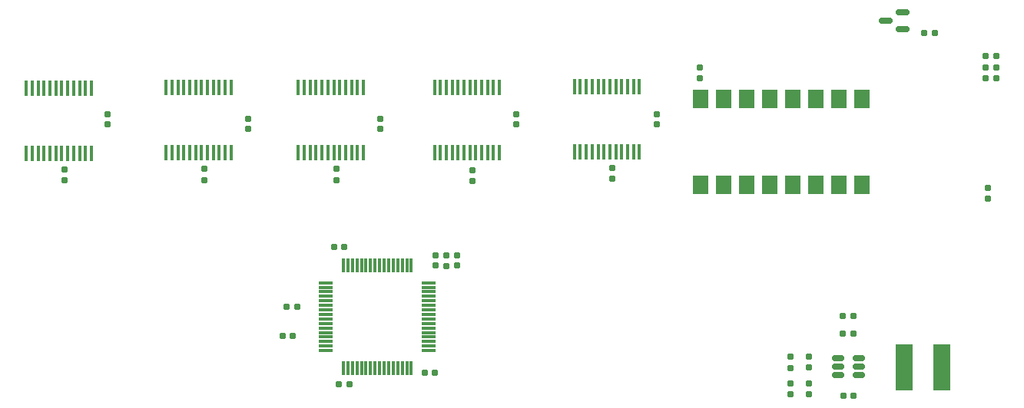
<source format=gbr>
%TF.GenerationSoftware,KiCad,Pcbnew,(5.99.0-8593-g9f18fee124)*%
%TF.CreationDate,2021-02-26T16:48:12-06:00*%
%TF.ProjectId,EE223_Design,45453232-335f-4446-9573-69676e2e6b69,rev?*%
%TF.SameCoordinates,Original*%
%TF.FileFunction,Paste,Top*%
%TF.FilePolarity,Positive*%
%FSLAX46Y46*%
G04 Gerber Fmt 4.6, Leading zero omitted, Abs format (unit mm)*
G04 Created by KiCad (PCBNEW (5.99.0-8593-g9f18fee124)) date 2021-02-26 16:48:12*
%MOMM*%
%LPD*%
G01*
G04 APERTURE LIST*
G04 Aperture macros list*
%AMRoundRect*
0 Rectangle with rounded corners*
0 $1 Rounding radius*
0 $2 $3 $4 $5 $6 $7 $8 $9 X,Y pos of 4 corners*
0 Add a 4 corners polygon primitive as box body*
4,1,4,$2,$3,$4,$5,$6,$7,$8,$9,$2,$3,0*
0 Add four circle primitives for the rounded corners*
1,1,$1+$1,$2,$3*
1,1,$1+$1,$4,$5*
1,1,$1+$1,$6,$7*
1,1,$1+$1,$8,$9*
0 Add four rect primitives between the rounded corners*
20,1,$1+$1,$2,$3,$4,$5,0*
20,1,$1+$1,$4,$5,$6,$7,0*
20,1,$1+$1,$6,$7,$8,$9,0*
20,1,$1+$1,$8,$9,$2,$3,0*%
G04 Aperture macros list end*
%ADD10RoundRect,0.155000X0.155000X-0.212500X0.155000X0.212500X-0.155000X0.212500X-0.155000X-0.212500X0*%
%ADD11RoundRect,0.150000X0.587500X0.150000X-0.587500X0.150000X-0.587500X-0.150000X0.587500X-0.150000X0*%
%ADD12RoundRect,0.160000X0.160000X-0.197500X0.160000X0.197500X-0.160000X0.197500X-0.160000X-0.197500X0*%
%ADD13RoundRect,0.155000X-0.155000X0.212500X-0.155000X-0.212500X0.155000X-0.212500X0.155000X0.212500X0*%
%ADD14RoundRect,0.155000X-0.212500X-0.155000X0.212500X-0.155000X0.212500X0.155000X-0.212500X0.155000X0*%
%ADD15RoundRect,0.160000X-0.197500X-0.160000X0.197500X-0.160000X0.197500X0.160000X-0.197500X0.160000X0*%
%ADD16RoundRect,0.155000X0.212500X0.155000X-0.212500X0.155000X-0.212500X-0.155000X0.212500X-0.155000X0*%
%ADD17R,1.780000X2.000000*%
%ADD18R,0.450000X1.750000*%
%ADD19RoundRect,0.150000X0.512500X0.150000X-0.512500X0.150000X-0.512500X-0.150000X0.512500X-0.150000X0*%
%ADD20RoundRect,0.160000X0.197500X0.160000X-0.197500X0.160000X-0.197500X-0.160000X0.197500X-0.160000X0*%
%ADD21R,1.900000X5.100000*%
%ADD22RoundRect,0.075000X-0.700000X-0.075000X0.700000X-0.075000X0.700000X0.075000X-0.700000X0.075000X0*%
%ADD23RoundRect,0.075000X-0.075000X-0.700000X0.075000X-0.700000X0.075000X0.700000X-0.075000X0.700000X0*%
%ADD24RoundRect,0.160000X-0.160000X0.197500X-0.160000X-0.197500X0.160000X-0.197500X0.160000X0.197500X0*%
G04 APERTURE END LIST*
D10*
%TO.C,C8*%
X101300000Y-67700000D03*
X101300000Y-66565000D03*
%TD*%
D11*
%TO.C,Q1*%
X151600000Y-41600000D03*
X151600000Y-39700000D03*
X149725000Y-40650000D03*
%TD*%
D12*
%TO.C,R12*%
X89200000Y-58200000D03*
X89200000Y-57005000D03*
%TD*%
%TO.C,R6*%
X129250000Y-47000000D03*
X129250000Y-45805000D03*
%TD*%
D13*
%TO.C,C1*%
X141250000Y-80682500D03*
X141250000Y-81817500D03*
%TD*%
D14*
%TO.C,C10*%
X98932500Y-79500000D03*
X100067500Y-79500000D03*
%TD*%
D13*
%TO.C,C2*%
X139250000Y-80682500D03*
X139250000Y-81817500D03*
%TD*%
D15*
%TO.C,R13*%
X83702500Y-72200000D03*
X84897500Y-72200000D03*
%TD*%
D16*
%TO.C,C6*%
X146167500Y-75200000D03*
X145032500Y-75200000D03*
%TD*%
D15*
%TO.C,R5*%
X160750000Y-47000000D03*
X161945000Y-47000000D03*
%TD*%
D17*
%TO.C,U2*%
X147140000Y-49235000D03*
X144600000Y-49235000D03*
X142060000Y-49235000D03*
X139520000Y-49235000D03*
X136980000Y-49235000D03*
X134440000Y-49235000D03*
X131900000Y-49235000D03*
X129360000Y-49235000D03*
X129360000Y-58765000D03*
X131900000Y-58765000D03*
X134440000Y-58765000D03*
X136980000Y-58765000D03*
X139520000Y-58765000D03*
X142060000Y-58765000D03*
X144600000Y-58765000D03*
X147140000Y-58765000D03*
%TD*%
D12*
%TO.C,R7*%
X161000000Y-60250000D03*
X161000000Y-59055000D03*
%TD*%
%TO.C,R9*%
X59250000Y-58250000D03*
X59250000Y-57055000D03*
%TD*%
D10*
%TO.C,C7*%
X100100000Y-67667500D03*
X100100000Y-66532500D03*
%TD*%
D18*
%TO.C,U4*%
X107150000Y-48000000D03*
X106500000Y-48000000D03*
X105850000Y-48000000D03*
X105200000Y-48000000D03*
X104550000Y-48000000D03*
X103900000Y-48000000D03*
X103250000Y-48000000D03*
X102600000Y-48000000D03*
X101950000Y-48000000D03*
X101300000Y-48000000D03*
X100650000Y-48000000D03*
X100000000Y-48000000D03*
X100000000Y-55200000D03*
X100650000Y-55200000D03*
X101300000Y-55200000D03*
X101950000Y-55200000D03*
X102600000Y-55200000D03*
X103250000Y-55200000D03*
X103900000Y-55200000D03*
X104550000Y-55200000D03*
X105200000Y-55200000D03*
X105850000Y-55200000D03*
X106500000Y-55200000D03*
X107150000Y-55200000D03*
%TD*%
D10*
%TO.C,C18*%
X94000000Y-52567500D03*
X94000000Y-51432500D03*
%TD*%
D14*
%TO.C,C13*%
X88932500Y-65600000D03*
X90067500Y-65600000D03*
%TD*%
D12*
%TO.C,R11*%
X74600000Y-58200000D03*
X74600000Y-57005000D03*
%TD*%
%TO.C,R10*%
X119600000Y-58100000D03*
X119600000Y-56905000D03*
%TD*%
D10*
%TO.C,C17*%
X79500000Y-52567500D03*
X79500000Y-51432500D03*
%TD*%
D16*
%TO.C,C3*%
X155135000Y-42000000D03*
X154000000Y-42000000D03*
%TD*%
D18*
%TO.C,U7*%
X77575000Y-48000000D03*
X76925000Y-48000000D03*
X76275000Y-48000000D03*
X75625000Y-48000000D03*
X74975000Y-48000000D03*
X74325000Y-48000000D03*
X73675000Y-48000000D03*
X73025000Y-48000000D03*
X72375000Y-48000000D03*
X71725000Y-48000000D03*
X71075000Y-48000000D03*
X70425000Y-48000000D03*
X70425000Y-55200000D03*
X71075000Y-55200000D03*
X71725000Y-55200000D03*
X72375000Y-55200000D03*
X73025000Y-55200000D03*
X73675000Y-55200000D03*
X74325000Y-55200000D03*
X74975000Y-55200000D03*
X75625000Y-55200000D03*
X76275000Y-55200000D03*
X76925000Y-55200000D03*
X77575000Y-55200000D03*
%TD*%
D10*
%TO.C,C5*%
X141250000Y-78885000D03*
X141250000Y-77750000D03*
%TD*%
D19*
%TO.C,U1*%
X146737500Y-79750000D03*
X146737500Y-78800000D03*
X146737500Y-77850000D03*
X144462500Y-77850000D03*
X144462500Y-78800000D03*
X144462500Y-79750000D03*
%TD*%
D16*
%TO.C,C4*%
X146200000Y-82000000D03*
X145065000Y-82000000D03*
%TD*%
D18*
%TO.C,U8*%
X92150000Y-48000000D03*
X91500000Y-48000000D03*
X90850000Y-48000000D03*
X90200000Y-48000000D03*
X89550000Y-48000000D03*
X88900000Y-48000000D03*
X88250000Y-48000000D03*
X87600000Y-48000000D03*
X86950000Y-48000000D03*
X86300000Y-48000000D03*
X85650000Y-48000000D03*
X85000000Y-48000000D03*
X85000000Y-55200000D03*
X85650000Y-55200000D03*
X86300000Y-55200000D03*
X86950000Y-55200000D03*
X87600000Y-55200000D03*
X88250000Y-55200000D03*
X88900000Y-55200000D03*
X89550000Y-55200000D03*
X90200000Y-55200000D03*
X90850000Y-55200000D03*
X91500000Y-55200000D03*
X92150000Y-55200000D03*
%TD*%
D12*
%TO.C,R8*%
X104200000Y-58300000D03*
X104200000Y-57105000D03*
%TD*%
D10*
%TO.C,C14*%
X109000000Y-52067500D03*
X109000000Y-50932500D03*
%TD*%
D16*
%TO.C,C11*%
X90600000Y-80800000D03*
X89465000Y-80800000D03*
%TD*%
D18*
%TO.C,U5*%
X62175000Y-48100000D03*
X61525000Y-48100000D03*
X60875000Y-48100000D03*
X60225000Y-48100000D03*
X59575000Y-48100000D03*
X58925000Y-48100000D03*
X58275000Y-48100000D03*
X57625000Y-48100000D03*
X56975000Y-48100000D03*
X56325000Y-48100000D03*
X55675000Y-48100000D03*
X55025000Y-48100000D03*
X55025000Y-55300000D03*
X55675000Y-55300000D03*
X56325000Y-55300000D03*
X56975000Y-55300000D03*
X57625000Y-55300000D03*
X58275000Y-55300000D03*
X58925000Y-55300000D03*
X59575000Y-55300000D03*
X60225000Y-55300000D03*
X60875000Y-55300000D03*
X61525000Y-55300000D03*
X62175000Y-55300000D03*
%TD*%
%TO.C,U6*%
X122575000Y-47900000D03*
X121925000Y-47900000D03*
X121275000Y-47900000D03*
X120625000Y-47900000D03*
X119975000Y-47900000D03*
X119325000Y-47900000D03*
X118675000Y-47900000D03*
X118025000Y-47900000D03*
X117375000Y-47900000D03*
X116725000Y-47900000D03*
X116075000Y-47900000D03*
X115425000Y-47900000D03*
X115425000Y-55100000D03*
X116075000Y-55100000D03*
X116725000Y-55100000D03*
X117375000Y-55100000D03*
X118025000Y-55100000D03*
X118675000Y-55100000D03*
X119325000Y-55100000D03*
X119975000Y-55100000D03*
X120625000Y-55100000D03*
X121275000Y-55100000D03*
X121925000Y-55100000D03*
X122575000Y-55100000D03*
%TD*%
D20*
%TO.C,R1*%
X146167500Y-73200000D03*
X144972500Y-73200000D03*
%TD*%
D15*
%TO.C,R4*%
X160750000Y-45750000D03*
X161945000Y-45750000D03*
%TD*%
%TO.C,R3*%
X160750000Y-44500000D03*
X161945000Y-44500000D03*
%TD*%
D10*
%TO.C,C9*%
X102500000Y-67667500D03*
X102500000Y-66532500D03*
%TD*%
D21*
%TO.C,L1*%
X151750000Y-78900000D03*
X155950000Y-78900000D03*
%TD*%
D22*
%TO.C,U3*%
X88025000Y-69550000D03*
X88025000Y-70050000D03*
X88025000Y-70550000D03*
X88025000Y-71050000D03*
X88025000Y-71550000D03*
X88025000Y-72050000D03*
X88025000Y-72550000D03*
X88025000Y-73050000D03*
X88025000Y-73550000D03*
X88025000Y-74050000D03*
X88025000Y-74550000D03*
X88025000Y-75050000D03*
X88025000Y-75550000D03*
X88025000Y-76050000D03*
X88025000Y-76550000D03*
X88025000Y-77050000D03*
D23*
X89950000Y-78975000D03*
X90450000Y-78975000D03*
X90950000Y-78975000D03*
X91450000Y-78975000D03*
X91950000Y-78975000D03*
X92450000Y-78975000D03*
X92950000Y-78975000D03*
X93450000Y-78975000D03*
X93950000Y-78975000D03*
X94450000Y-78975000D03*
X94950000Y-78975000D03*
X95450000Y-78975000D03*
X95950000Y-78975000D03*
X96450000Y-78975000D03*
X96950000Y-78975000D03*
X97450000Y-78975000D03*
D22*
X99375000Y-77050000D03*
X99375000Y-76550000D03*
X99375000Y-76050000D03*
X99375000Y-75550000D03*
X99375000Y-75050000D03*
X99375000Y-74550000D03*
X99375000Y-74050000D03*
X99375000Y-73550000D03*
X99375000Y-73050000D03*
X99375000Y-72550000D03*
X99375000Y-72050000D03*
X99375000Y-71550000D03*
X99375000Y-71050000D03*
X99375000Y-70550000D03*
X99375000Y-70050000D03*
X99375000Y-69550000D03*
D23*
X97450000Y-67625000D03*
X96950000Y-67625000D03*
X96450000Y-67625000D03*
X95950000Y-67625000D03*
X95450000Y-67625000D03*
X94950000Y-67625000D03*
X94450000Y-67625000D03*
X93950000Y-67625000D03*
X93450000Y-67625000D03*
X92950000Y-67625000D03*
X92450000Y-67625000D03*
X91950000Y-67625000D03*
X91450000Y-67625000D03*
X90950000Y-67625000D03*
X90450000Y-67625000D03*
X89950000Y-67625000D03*
%TD*%
D16*
%TO.C,C12*%
X84400000Y-75400000D03*
X83265000Y-75400000D03*
%TD*%
D10*
%TO.C,C15*%
X64000000Y-52067500D03*
X64000000Y-50932500D03*
%TD*%
%TO.C,C16*%
X124500000Y-52067500D03*
X124500000Y-50932500D03*
%TD*%
D24*
%TO.C,R2*%
X139250000Y-77750000D03*
X139250000Y-78945000D03*
%TD*%
M02*

</source>
